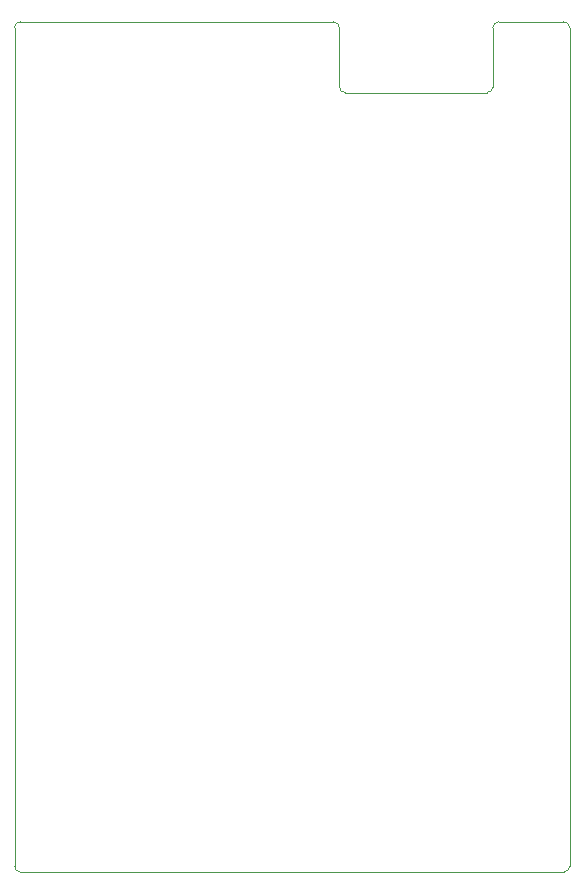
<source format=gm1>
G04 #@! TF.GenerationSoftware,KiCad,Pcbnew,9.0.4-9.0.4-0~ubuntu22.04.1*
G04 #@! TF.CreationDate,2025-10-25T09:08:59+09:00*
G04 #@! TF.ProjectId,Pico2MEMEmuCosmac,5069636f-324d-4454-9d45-6d75436f736d,1.0*
G04 #@! TF.SameCoordinates,PX68e7780PY7270e00*
G04 #@! TF.FileFunction,Profile,NP*
%FSLAX46Y46*%
G04 Gerber Fmt 4.6, Leading zero omitted, Abs format (unit mm)*
G04 Created by KiCad (PCBNEW 9.0.4-9.0.4-0~ubuntu22.04.1) date 2025-10-25 09:08:59*
%MOMM*%
%LPD*%
G01*
G04 APERTURE LIST*
G04 #@! TA.AperFunction,Profile*
%ADD10C,0.100000*%
G04 #@! TD*
G04 APERTURE END LIST*
D10*
X28000000Y66000000D02*
G75*
G02*
X27500000Y66500000I0J500000D01*
G01*
X27500000Y71500000D02*
X27500000Y66500000D01*
X47000000Y71500000D02*
X47000000Y500000D01*
X0Y500000D02*
X0Y71500000D01*
X28000000Y66000000D02*
X40000000Y66000000D01*
X46500000Y72000000D02*
G75*
G02*
X47000000Y71500000I0J-500000D01*
G01*
X500000Y0D02*
G75*
G02*
X0Y500000I0J500000D01*
G01*
X46500000Y0D02*
X500000Y0D01*
X47000000Y500000D02*
G75*
G02*
X46500000Y0I-500000J0D01*
G01*
X40500000Y71500000D02*
G75*
G02*
X41000000Y72000000I500000J0D01*
G01*
X40500000Y66500000D02*
X40500000Y71500000D01*
X27000000Y72000000D02*
G75*
G02*
X27500000Y71500000I0J-500000D01*
G01*
X41000000Y72000000D02*
X46500000Y72000000D01*
X0Y71500000D02*
G75*
G02*
X500000Y72000000I500000J0D01*
G01*
X40500000Y66500000D02*
G75*
G02*
X40000000Y66000000I-500000J0D01*
G01*
X500000Y72000000D02*
X27000000Y72000000D01*
M02*

</source>
